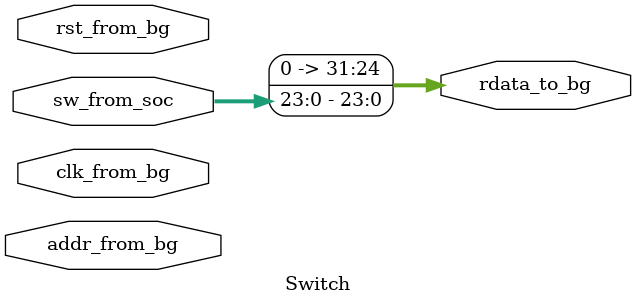
<source format=v>
`timescale 1ns / 1ps

`include "defines.vh"

module Switch(
    input wire[23:0] sw_from_soc,
    input wire rst_from_bg,
    input wire clk_from_bg,
    input wire[31:0] addr_from_bg,
    output reg[31:0] rdata_to_bg
);
    always@(*)begin
        rdata_to_bg = {8'h00, sw_from_soc};
    end
endmodule

</source>
